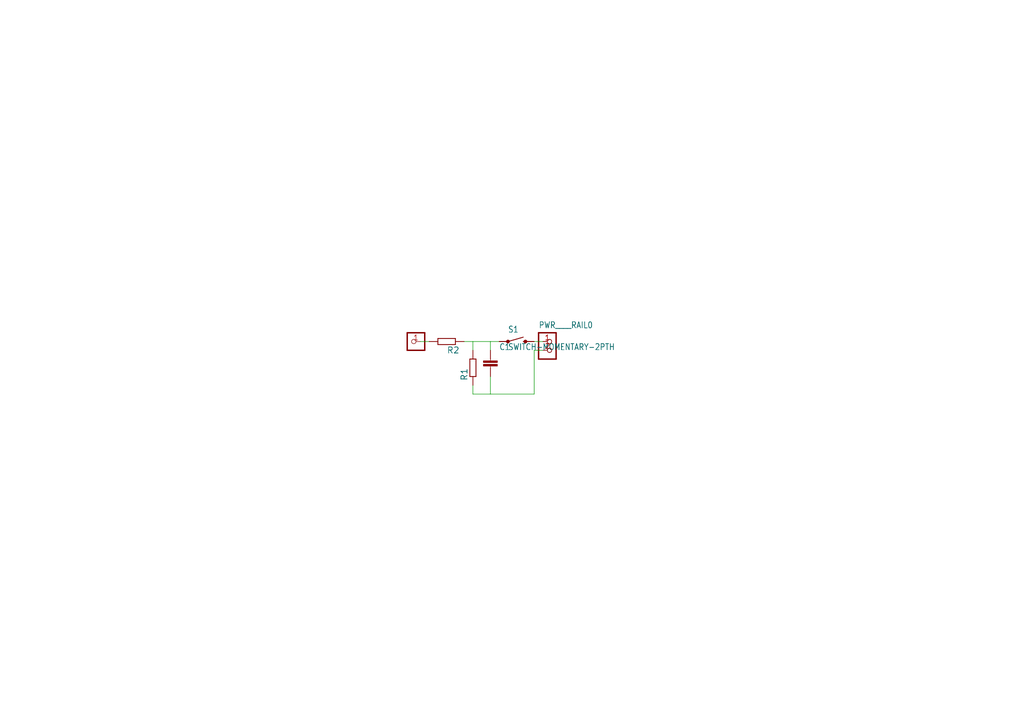
<source format=kicad_sch>
(kicad_sch (version 20250114) (generator "eeschema") (generator_version "9.0")
  (paper "A4")
  (lib_symbols
    (symbol "single_button-eagle-import:CAPACITOR_NPOL-0805"
      (property "Reference" "C" (at 2.54 5.08 0))
      (symbol "CAPACITOR_NPOL-0805_1_0"
        (rectangle (start -2.032 1.524) (end 2.032 2.032) (fill (type outline)))
        (rectangle (start -2.032 0.508) (end 2.032 1.016) (fill (type outline)))
        (polyline (pts (xy 0 2.54) (xy 0 2.032)) (stroke (width 0.1524)))
        (polyline (pts (xy 0 0) (xy 0 0.508)) (stroke (width 0.1524)))
        (pin passive line (at 0 5.08 270) (length 2.54) (name "1") (number "1"))
        (pin passive line (at 0 -2.54 90) (length 2.54) (name "2") (number "2"))
      )
    )
    (symbol "single_button-eagle-import:CON_HEADER_1X01-PTH_08_17"
      (symbol "CON_HEADER_1X01-PTH_08_17_1_0"
        (polyline (pts (xy -1.27 2.54) (xy 3.81 2.54)) (stroke (width 0.4064)))
        (polyline (pts (xy -1.27 -2.54) (xy -1.27 2.54)) (stroke (width 0.4064)))
        (polyline (pts (xy 3.81 2.54) (xy 3.81 -2.54)) (stroke (width 0.4064)))
        (polyline (pts (xy 3.81 -2.54) (xy -1.27 -2.54)) (stroke (width 0.4064)))
        (pin passive inverted (at 0 0 0) (length 2.54) (name "1") (number "1"))
      )
    )
    (symbol "single_button-eagle-import:CON_HEADER_1X02-PTH"
      (property "Reference" "J" (at -1.27 3.81 0))
      (symbol "CON_HEADER_1X02-PTH_1_0"
        (polyline (pts (xy -1.27 2.54) (xy 3.81 2.54)) (stroke (width 0.4064)))
        (polyline (pts (xy -1.27 -5.08) (xy -1.27 2.54)) (stroke (width 0.4064)))
        (polyline (pts (xy 3.81 2.54) (xy 3.81 -5.08)) (stroke (width 0.4064)))
        (polyline (pts (xy 3.81 -5.08) (xy -1.27 -5.08)) (stroke (width 0.4064)))
        (pin passive inverted (at 0 0 0) (length 2.54) (name "1") (number "1"))
        (pin passive inverted (at 0 -2.54 0) (length 2.54) (name "2") (number "2"))
      )
    )
    (symbol "single_button-eagle-import:RESISTOR-0805"
      (property "Reference" "R" (at -3.81 1.4986 0))
      (symbol "RESISTOR-0805_1_0"
        (polyline (pts (xy -2.54 -0.889) (xy -2.54 0.889)) (stroke (width 0.254)))
        (polyline (pts (xy -2.54 -0.889) (xy 2.54 -0.889)) (stroke (width 0.254)))
        (polyline (pts (xy 2.54 0.889) (xy -2.54 0.889)) (stroke (width 0.254)))
        (polyline (pts (xy 2.54 -0.889) (xy 2.54 0.889)) (stroke (width 0.254)))
        (pin passive line (at -5.08 0 0) (length 2.54) (name "1") (number "1"))
        (pin passive line (at 5.08 0 180) (length 2.54) (name "2") (number "2"))
      )
    )
    (symbol "single_button-eagle-import:SWITCH-MOMENTARY-2PTH"
      (property "Reference" "S" (at -2.54 2.54 0))
      (symbol "SWITCH-MOMENTARY-2PTH_1_0"
        (circle (center -2.54 0) (radius 0.127) (stroke (width 0.4064)))
        (polyline (pts (xy -2.54 0) (xy 1.905 1.27)) (stroke (width 0.254)))
        (polyline (pts (xy 1.905 0) (xy 2.54 0)) (stroke (width 0.254)))
        (circle (center 2.54 0) (radius 0.127) (stroke (width 0.4064)))
        (pin passive line (at -5.08 0 0) (length 2.54) (name "1") (number "1"))
        (pin passive line (at -5.08 0 0) (length 2.54) (name "1") (number "2"))
        (pin passive line (at 5.08 0 180) (length 2.54) (name "2") (number "3"))
        (pin passive line (at 5.08 0 180) (length 2.54) (name "2") (number "4"))
      )
    )
  )
  (wire (pts (xy 137.16 114.3) (xy 142.24 114.3)) (stroke (width 0.1524)))
  (wire (pts (xy 154.94 101.6) (xy 157.48 101.6)) (stroke (width 0.1524)))
  (wire (pts (xy 137.16 111.76) (xy 137.16 114.3)) (stroke (width 0.1524)))
  (wire (pts (xy 137.16 99.06) (xy 142.24 99.06)) (stroke (width 0.1524)))
  (wire (pts (xy 134.62 99.06) (xy 137.16 99.06)) (stroke (width 0.1524)))
  (wire (pts (xy 142.24 109.22) (xy 142.24 114.3)) (stroke (width 0.1524)))
  (wire (pts (xy 154.94 99.06) (xy 157.48 99.06)) (stroke (width 0.1524)))
  (wire (pts (xy 154.94 114.3) (xy 154.94 101.6)) (stroke (width 0.1524)))
  (wire (pts (xy 121.92 99.06) (xy 124.46 99.06)) (stroke (width 0.1524)))
  (wire (pts (xy 137.16 99.06) (xy 137.16 101.6)) (stroke (width 0.1524)))
  (wire (pts (xy 142.24 114.3) (xy 154.94 114.3)) (stroke (width 0.1524)))
  (wire (pts (xy 142.24 99.06) (xy 144.78 99.06)) (stroke (width 0.1524)))
  (wire (pts (xy 142.24 99.06) (xy 142.24 101.6)) (stroke (width 0.1524)))
  (symbol (lib_id "single_button-eagle-import:SWITCH-MOMENTARY-2PTH") (at 149.86 99.06 0) (unit 1)
    (property "Reference" "S1" (at 147.32 96.52 0) (effects (font (size 1.778 1.5113)) (justify left bottom)))
    (property "Value" "SWITCH-MOMENTARY-2PTH" (at 147.32 101.6 0) (effects (font (size 1.778 1.5113)) (justify left bottom)))
    (property "Footprint" "single_button:TACTILE-PTH" (effects (hide yes)))
  )
  (symbol (lib_id "single_button-eagle-import:CON_HEADER_1X02-PTH") (at 157.48 99.06 0) (unit 1)
    (property "Reference" "PWR____RAIL0" (at 156.21 95.25 0) (effects (font (size 1.778 1.5113)) (justify left bottom)))
    (property "Value" "CON_HEADER_1X02-PTH" (effects (hide yes)))
    (property "Footprint" "single_button:M1X2" (effects (hide yes)))
  )
  (symbol (lib_id "single_button-eagle-import:RESISTOR-0805") (at 137.16 106.68 90) (unit 1)
    (property "Reference" "R1" (at 135.6614 110.49 0) (effects (font (size 1.778 1.778)) (justify left bottom)))
    (property "Value" "RESISTOR-0805" (effects (hide yes)))
    (property "Footprint" "single_button:R805" (effects (hide yes)))
  )
  (symbol (lib_id "single_button-eagle-import:CON_HEADER_1X01-PTH_08_17") (at 121.92 99.06 180) (unit 1)
    (property "Reference" "SIG0" (effects (hide yes)))
    (property "Value" "CON_HEADER_1X01-PTH_08_17" (effects (hide yes)))
    (property "Footprint" "single_button:M1X2_08_17" (effects (hide yes)))
  )
  (symbol (lib_id "single_button-eagle-import:CAPACITOR_NPOL-0805") (at 142.24 106.68 0) (unit 1)
    (property "Reference" "C1" (at 144.78 101.6 0) (effects (font (size 1.778 1.5113)) (justify left bottom)))
    (property "Value" "CAPACITOR_NPOL-0805" (effects (hide yes)))
    (property "Footprint" "single_button:C805" (effects (hide yes)))
  )
  (symbol (lib_id "single_button-eagle-import:RESISTOR-0805") (at 129.54 99.06 180) (unit 1)
    (property "Reference" "R2" (at 133.35 100.5586 0) (effects (font (size 1.778 1.778)) (justify left bottom)))
    (property "Value" "RESISTOR-0805" (effects (hide yes)))
    (property "Footprint" "single_button:R805" (effects (hide yes)))
  )
)
</source>
